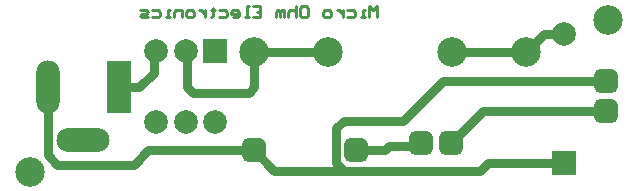
<source format=gbl>
G04*
G04 #@! TF.GenerationSoftware,Altium Limited,Altium Designer,20.1.11 (218)*
G04*
G04 Layer_Physical_Order=2*
G04 Layer_Color=16711680*
%FSLAX44Y44*%
%MOMM*%
G71*
G04*
G04 #@! TF.SameCoordinates,4F1DBEA7-6341-416A-96B1-6C748992E368*
G04*
G04*
G04 #@! TF.FilePolarity,Positive*
G04*
G01*
G75*
%ADD10C,0.8000*%
%ADD11C,0.2540*%
G04:AMPARAMS|DCode=12|XSize=4.5mm|YSize=2mm|CornerRadius=1mm|HoleSize=0mm|Usage=FLASHONLY|Rotation=0.000|XOffset=0mm|YOffset=0mm|HoleType=Round|Shape=RoundedRectangle|*
%AMROUNDEDRECTD12*
21,1,4.5000,0.0000,0,0,0.0*
21,1,2.5000,2.0000,0,0,0.0*
1,1,2.0000,1.2500,0.0000*
1,1,2.0000,-1.2500,0.0000*
1,1,2.0000,-1.2500,0.0000*
1,1,2.0000,1.2500,0.0000*
%
%ADD12ROUNDEDRECTD12*%
%ADD13R,2.0000X4.5000*%
G04:AMPARAMS|DCode=14|XSize=2mm|YSize=4.5mm|CornerRadius=1mm|HoleSize=0mm|Usage=FLASHONLY|Rotation=0.000|XOffset=0mm|YOffset=0mm|HoleType=Round|Shape=RoundedRectangle|*
%AMROUNDEDRECTD14*
21,1,2.0000,2.5000,0,0,0.0*
21,1,0.0000,4.5000,0,0,0.0*
1,1,2.0000,0.0000,-1.2500*
1,1,2.0000,0.0000,-1.2500*
1,1,2.0000,0.0000,1.2500*
1,1,2.0000,0.0000,1.2500*
%
%ADD14ROUNDEDRECTD14*%
G04:AMPARAMS|DCode=15|XSize=2mm|YSize=2mm|CornerRadius=0.5mm|HoleSize=0mm|Usage=FLASHONLY|Rotation=90.000|XOffset=0mm|YOffset=0mm|HoleType=Round|Shape=RoundedRectangle|*
%AMROUNDEDRECTD15*
21,1,2.0000,1.0000,0,0,90.0*
21,1,1.0000,2.0000,0,0,90.0*
1,1,1.0000,0.5000,0.5000*
1,1,1.0000,0.5000,-0.5000*
1,1,1.0000,-0.5000,-0.5000*
1,1,1.0000,-0.5000,0.5000*
%
%ADD15ROUNDEDRECTD15*%
%ADD16R,2.0000X2.0000*%
%ADD17C,2.0000*%
G04:AMPARAMS|DCode=18|XSize=2mm|YSize=2mm|CornerRadius=0.5mm|HoleSize=0mm|Usage=FLASHONLY|Rotation=0.000|XOffset=0mm|YOffset=0mm|HoleType=Round|Shape=RoundedRectangle|*
%AMROUNDEDRECTD18*
21,1,2.0000,1.0000,0,0,0.0*
21,1,1.0000,2.0000,0,0,0.0*
1,1,1.0000,0.5000,-0.5000*
1,1,1.0000,-0.5000,-0.5000*
1,1,1.0000,-0.5000,0.5000*
1,1,1.0000,0.5000,0.5000*
%
%ADD18ROUNDEDRECTD18*%
%ADD19C,2.5000*%
%ADD20R,2.0000X2.0000*%
D10*
X29000Y86000D02*
X29000Y86000D01*
X29000Y27927D02*
Y86000D01*
X36927Y20000D02*
X102086D01*
X29000Y27927D02*
X36927Y20000D01*
X114086Y32000D02*
X203640D01*
X102086Y20000D02*
X114086Y32000D01*
X106752Y86000D02*
X118704Y97952D01*
Y113704D01*
X89000Y86000D02*
X106752D01*
X151863Y81000D02*
X199254D01*
X203940Y85686D01*
Y115000D01*
X147177Y85686D02*
Y114824D01*
Y85686D02*
X151863Y81000D01*
X118704Y113704D02*
X121000Y116000D01*
X220908Y14732D02*
X279600D01*
X203640Y32000D02*
X220908Y14732D01*
X273250Y21082D02*
X279600Y14732D01*
X370700Y38000D02*
X398001Y65300D01*
X502000Y65300D01*
X290000Y32000D02*
X314398D01*
X318398Y36000D01*
X343300D01*
X345300Y38000D01*
X146000Y116000D02*
X147177Y114824D01*
X203940Y115000D02*
X266460D01*
X395170Y14732D02*
X402058Y21621D01*
X363442Y90700D02*
X502000D01*
X329892Y57150D02*
X363442Y90700D01*
X279600Y57150D02*
X329892D01*
X273250Y50800D02*
X279600Y57150D01*
X273250Y21082D02*
Y50800D01*
X279600Y14732D02*
X395170D01*
X402058Y21621D02*
X466000D01*
X371540Y115000D02*
X434060D01*
X449440Y130380D01*
X466000D01*
D11*
X307460Y144540D02*
Y154537D01*
X304128Y151205D01*
X300795Y154537D01*
Y144540D01*
X297463D02*
X294131D01*
X295797D01*
Y151205D01*
X297463D01*
X282468D02*
X287466D01*
X289133Y149538D01*
Y146206D01*
X287466Y144540D01*
X282468D01*
X279136Y151205D02*
Y144540D01*
Y147872D01*
X277470Y149538D01*
X275804Y151205D01*
X274137D01*
X267473Y144540D02*
X264141D01*
X262474Y146206D01*
Y149538D01*
X264141Y151205D01*
X267473D01*
X269139Y149538D01*
Y146206D01*
X267473Y144540D01*
X244147Y154537D02*
X247479D01*
X249146Y152871D01*
Y146206D01*
X247479Y144540D01*
X244147D01*
X242481Y146206D01*
Y152871D01*
X244147Y154537D01*
X239149D02*
Y144540D01*
Y149538D01*
X237482Y151205D01*
X234150D01*
X232484Y149538D01*
Y144540D01*
X229152D02*
Y151205D01*
X227486D01*
X225820Y149538D01*
Y144540D01*
Y149538D01*
X224153Y151205D01*
X222487Y149538D01*
Y144540D01*
X202494Y154537D02*
X209158D01*
Y144540D01*
X202494D01*
X209158Y149538D02*
X205826D01*
X199162Y144540D02*
X195829D01*
X197495D01*
Y154537D01*
X199162D01*
X185833Y144540D02*
X189165D01*
X190831Y146206D01*
Y149538D01*
X189165Y151205D01*
X185833D01*
X184166Y149538D01*
Y147872D01*
X190831D01*
X174170Y151205D02*
X179168D01*
X180834Y149538D01*
Y146206D01*
X179168Y144540D01*
X174170D01*
X169171Y152871D02*
Y151205D01*
X170837D01*
X167505D01*
X169171D01*
Y146206D01*
X167505Y144540D01*
X162507Y151205D02*
Y144540D01*
Y147872D01*
X160841Y149538D01*
X159174Y151205D01*
X157508D01*
X150844Y144540D02*
X147512D01*
X145845Y146206D01*
Y149538D01*
X147512Y151205D01*
X150844D01*
X152510Y149538D01*
Y146206D01*
X150844Y144540D01*
X142513D02*
Y151205D01*
X137515D01*
X135849Y149538D01*
Y144540D01*
X132516D02*
X129184D01*
X130850D01*
Y151205D01*
X132516D01*
X117521D02*
X122520D01*
X124186Y149538D01*
Y146206D01*
X122520Y144540D01*
X117521D01*
X114189D02*
X109191D01*
X107524Y146206D01*
X109191Y147872D01*
X112523D01*
X114189Y149538D01*
X112523Y151205D01*
X107524D01*
D12*
X59000Y41000D02*
D03*
D13*
X89000Y86000D02*
D03*
D14*
X29000D02*
D03*
D15*
X502000Y65300D02*
D03*
Y90700D02*
D03*
D16*
X171000Y116000D02*
D03*
D17*
X146000D02*
D03*
X121000D02*
D03*
X171000Y56000D02*
D03*
X146000D02*
D03*
X121000D02*
D03*
X466000Y130380D02*
D03*
D18*
X290000Y32000D02*
D03*
X203640D02*
D03*
X370700Y38000D02*
D03*
X345300D02*
D03*
D19*
X266460Y115000D02*
D03*
X203940D02*
D03*
X434060D02*
D03*
X371540D02*
D03*
X14000Y14000D02*
D03*
X503000Y142000D02*
D03*
D20*
X466000Y21621D02*
D03*
M02*

</source>
